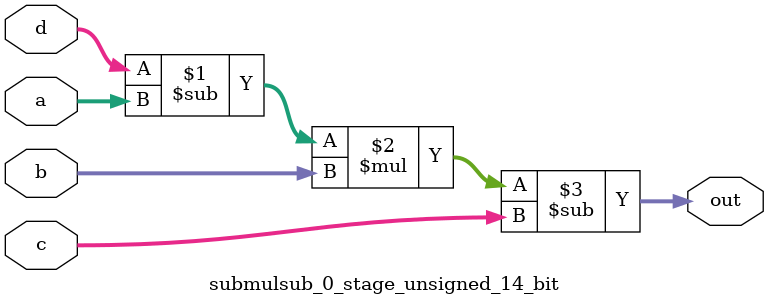
<source format=sv>
(* use_dsp = "yes" *) module submulsub_0_stage_unsigned_14_bit(
	input  [13:0] a,
	input  [13:0] b,
	input  [13:0] c,
	input  [13:0] d,
	output [13:0] out
	);

	assign out = ((d - a) * b) - c;
endmodule

</source>
